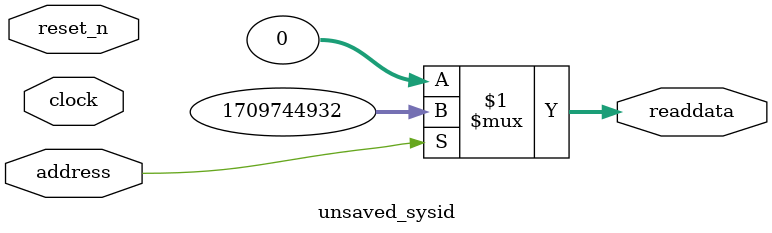
<source format=v>



// synthesis translate_off
`timescale 1ns / 1ps
// synthesis translate_on

// turn off superfluous verilog processor warnings 
// altera message_level Level1 
// altera message_off 10034 10035 10036 10037 10230 10240 10030 

module unsaved_sysid (
               // inputs:
                address,
                clock,
                reset_n,

               // outputs:
                readdata
             )
;

  output  [ 31: 0] readdata;
  input            address;
  input            clock;
  input            reset_n;

  wire    [ 31: 0] readdata;
  //control_slave, which is an e_avalon_slave
  assign readdata = address ? 1709744932 : 0;

endmodule



</source>
